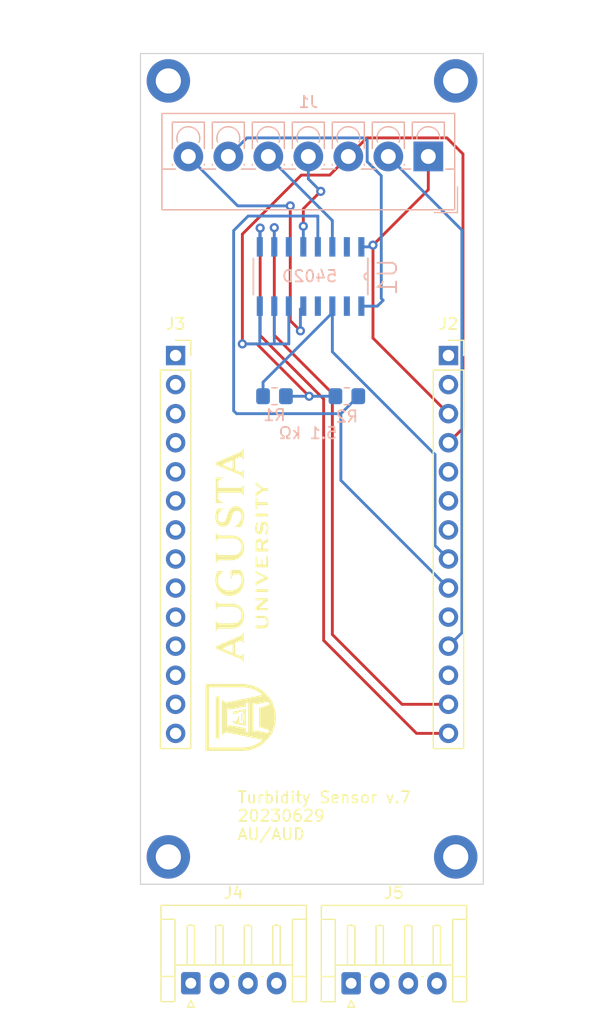
<source format=kicad_pcb>
(kicad_pcb (version 20221018) (generator pcbnew)
  (title_block (title "Turbidity Sensor PCB") (date "2023-06-29") (rev "7") (company "AU/AUD"))
  (layers (0 "F.Cu" signal) (31 "B.Cu" signal) (34 "B.Paste" user) (35 "F.Paste" user) (36 "B.SilkS" user "B.Silkscreen") (37 "F.SilkS" user "F.Silkscreen") (38 "B.Mask" user) (39 "F.Mask" user) (44 "Edge.Cuts" user))
  (net 0 "")
  (net 1 "/3.3V")
  (net 2 "/LED")
  (net 3 "/GND")
  (net 4 "Net-(J1-Pin_4)")
  (net 5 "Net-(J1-Pin_5)")
  (net 6 "Net-(J1-Pin_6)")
  (net 7 "Net-(J1-Pin_7)")
  (net 13 "/SCL")
  (net 14 "/SDA")
  (net 17 "/D7")
  (net 18 "/D6")
  (footprint "MountingHole:MountingHole_2.2mm_M2_DIN965_Pad" (layer "F.Cu") (at 135.001 127.889)
    (fp_text reference "REF**" hide)
    (fp_text value "MountingHole_2.2mm_M2_DIN965_Pad" hide)
  )
  (footprint "Connector_JST:JST_EH_S4B-EH_1x04_P2.50mm_Horizontal" (layer "F.Cu") (at 136.966 138.9305)
    (fp_text reference "J4")
    (fp_text value "Conn_01x04")
  )
  (footprint "Connector_PinSocket_2.54mm:PinSocket_1x14_P2.54mm_Vertical" (layer "F.Cu") (at 159.512 84.074)
    (fp_text reference "J2")
    (fp_text value "Conn_01x14_Pin" hide)
  )
  (footprint "MountingHole:MountingHole_2.2mm_M2_DIN965_Pad" (layer "F.Cu") (at 160.147 60.071)
    (fp_text reference "REF**" hide)
    (fp_text value "MountingHole_2.2mm_M2_DIN965_Pad" hide)
  )
  (footprint "Connector_JST:JST_EH_S4B-EH_1x04_P2.50mm_Horizontal" (layer "F.Cu") (at 150.996 138.938)
    (fp_text reference "J5")
    (fp_text value "Conn_01x04")
  )
  (footprint "MountingHole:MountingHole_2.2mm_M2_DIN965_Pad" (layer "F.Cu") (at 135.001 60.071)
    (fp_text reference "REF**" hide)
    (fp_text value "MountingHole_2.2mm_M2_DIN965_Pad" hide)
  )
  (footprint "MountingHole:MountingHole_2.2mm_M2_DIN965_Pad" (layer "F.Cu") (at 160.147 127.889)
    (fp_text reference "REF**" hide)
    (fp_text value "MountingHole_2.2mm_M2_DIN965_Pad" hide)
  )
  (footprint "Connector_PinSocket_2.54mm:PinSocket_1x14_P2.54mm_Vertical" (layer "F.Cu") (at 135.636 84.074)
    (fp_text reference "J3")
    (fp_text value "Conn_01x14_Pin" hide)
  )
  (footprint "Resistor_SMD:R_0805_2012Metric_Pad1.20x1.40mm_HandSolder" (layer "B.Cu") (at 150.622 87.63 180)
    (fp_text reference "R2")
    (fp_text value "5.1 kΩ" hide)
  )
  (footprint "Project:74HC4052D" (layer "B.Cu") (at 147.447 77.1652 90)
    (fp_text reference "U1")
    (fp_text value "74HC4052D" hide)
  )
  (footprint "Resistor_SMD:R_0805_2012Metric_Pad1.20x1.40mm_HandSolder" (layer "B.Cu") (at 144.288 87.63)
    (fp_text reference "R1")
    (fp_text value "5.1 kΩ" hide)
  )
  (footprint "TerminalBlock_4Ucon:TerminalBlock_4Ucon_1x07_P3.50mm_Vertical" (layer "B.Cu") (at 157.749 66.675 180)
    (fp_text reference "J1")
    (fp_text value "Screw_Terminal_01x07" hide)
  )
  (gr_poly (pts (xy 139.460287 113.825827) (xy 139.460287 117.572327) (xy 139.153105 117.508827) (xy 139.153105 113.889327)) (fill solid) (layer "F.SilkS"))
  (gr_poly (pts (xy 141.370843 108.527546) (xy 141.583568 108.283071) (xy 141.593887 108.283071) (xy 141.593887 109.224459) (xy 141.583568 109.224459) (xy 141.370843 108.980778) (xy 140.844586 109.196678) (xy 140.844586 110.133302) (xy 141.370843 110.349203) (xy 141.583568 110.106315) (xy 141.593887 110.106315) (xy 141.593887 110.847678) (xy 141.583568 110.847678) (xy 141.370843 110.609552) (xy 140.621543 110.298619) (xy 140.621543 110.044402) (xy 140.621543 109.298277) (xy 139.732543 109.678483) (xy 140.621543 110.044402) (xy 140.621543 110.298619) (xy 139.153899 109.689597) (xy 139.153899 109.484016)) (fill solid) (layer "F.SilkS"))
  (gr_poly (pts (xy 141.370843 92.462047) (xy 141.583568 92.218366) (xy 141.593887 92.218366) (xy 141.593887 93.159754) (xy 141.583568 93.159754) (xy 141.370843 92.916071) (xy 140.844586 93.131973) (xy 140.844586 94.06939) (xy 141.370843 94.28529) (xy 141.583568 94.041609) (xy 141.593887 94.041609) (xy 141.593887 94.78059) (xy 141.583568 94.78059) (xy 141.370843 94.542464) (xy 140.621543 94.231799) (xy 140.621543 93.978902) (xy 140.621543 93.232777) (xy 139.732543 93.612984) (xy 140.621543 93.978902) (xy 140.621543 94.231799) (xy 139.153899 93.623304) (xy 139.153899 93.417723)) (fill solid) (layer "F.SilkS"))
  (gr_poly (pts (xy 143.726693 97.884944) (xy 143.726693 98.136563) (xy 142.640843 98.136563) (xy 142.640843 97.884944)) (fill solid) (layer "F.SilkS"))
  (gr_poly (pts (xy 142.796418 96.51811) (xy 142.796418 96.893554) (xy 143.726693 96.893554) (xy 143.726693 97.142791) (xy 142.796418 97.142791) (xy 142.796418 97.512677) (xy 142.637668 97.512677) (xy 142.637668 96.51811)) (fill solid) (layer "F.SilkS"))
  (gr_poly (pts (xy 141.366749 115.568541) (xy 141.368462 115.542224) (xy 141.370435 115.517039) (xy 141.372678 115.493087) (xy 141.375201 115.47047) (xy 141.378011 115.44929) (xy 141.38112 115.429646) (xy 141.384535 115.411641) (xy 141.388267 115.395375) (xy 141.392324 115.38095) (xy 141.394477 115.374459) (xy 141.396716 115.368466) (xy 141.39904 115.362984) (xy 141.401452 115.358026) (xy 141.403952 115.353603) (xy 141.406542 115.349729) (xy 141.409222 115.346416) (xy 141.411994 115.343678) (xy 141.414859 115.341525) (xy 141.417818 115.339973) (xy 141.420873 115.339032) (xy 141.424024 115.338715) (xy 141.427205 115.339177) (xy 141.430344 115.340547) (xy 141.436484 115.345932) (xy 141.442412 115.3547) (xy 141.448097 115.366682) (xy 141.453508 115.381712) (xy 141.458613 115.399618) (xy 141.46338 115.420234) (xy 141.46778 115.443391) (xy 141.471779 115.468919) (xy 141.475347 115.496651) (xy 141.481062 115.558051) (xy 141.484676 115.62624) (xy 141.485937 115.699871) (xy 141.485546 115.737283) (xy 141.484416 115.773502) (xy 141.482604 115.808362) (xy 141.480169 115.841692) (xy 141.477173 115.873325) (xy 141.473672 115.903091) (xy 141.469728 115.930823) (xy 141.465398 115.956352) (xy 141.460743 115.979508) (xy 141.455822 116.000124) (xy 141.450694 116.018031) (xy 141.445418 116.03306) (xy 141.442744 116.039443) (xy 141.440054 116.045043) (xy 141.437357 116.049839) (xy 141.434661 116.053811) (xy 141.431972 116.056937) (xy 141.429298 116.059195) (xy 141.426646 116.060566) (xy 141.424024 116.061028) (xy 141.421434 116.060711) (xy 141.418874 116.05977) (xy 141.41385 116.056065) (xy 141.408968 116.050014) (xy 141.404242 116.041717) (xy 141.399689 116.031276) (xy 141.395324 116.018793) (xy 141.39116 116.004368) (xy 141.387214 115.988102) (xy 141.3835 115.970096) (xy 141.380034 115.950453) (xy 141.373906 115.906655) (xy 141.36895 115.857519) (xy 141.365287 115.803852) (xy 141.372465 115.799888) (xy 141.379292 115.795474) (xy 141.385751 115.790634) (xy 141.391829 115.785392) (xy 141.39751 115.779772) (xy 141.40278 115.773798) (xy 141.407623 115.767494) (xy 141.412025 115.760884) (xy 141.415971 115.753992) (xy 141.419447 115.746843) (xy 141.422436 115.739459) (xy 141.424926 115.731865) (xy 141.426899 115.724086) (xy 141.428343 115.716144) (xy 141.429242 115.708064) (xy 141.42958 115.699871) (xy 141.429482 115.695762) (xy 141.429242 115.691678) (xy 141.428861 115.687622) (xy 141.428343 115.683598) (xy 141.427688 115.679609) (xy 141.426899 115.675657) (xy 141.425978 115.671745) (xy 141.424926 115.667877) (xy 141.423744 115.664056) (xy 141.422436 115.660283) (xy 141.421003 115.656564) (xy 141.419447 115.6529) (xy 141.417769 115.649294) (xy 141.415971 115.64575) (xy 141.414056 115.64227) (xy 141.412025 115.638858) (xy 141.40988 115.635517) (xy 141.407623 115.632249) (xy 141.405256 115.629057) (xy 141.40278 115.625945) (xy 141.400197 115.622915) (xy 141.39751 115.619971) (xy 141.39472 115.617115) (xy 141.391829 115.614351) (xy 141.388839 115.611681) (xy 141.385751 115.609109) (xy 141.382568 115.606637) (xy 141.379292 115.604269) (xy 141.375923 115.602007) (xy 141.372465 115.599854) (xy 141.368919 115.597815) (xy 141.365287 115.59589)) (fill solid) (layer "F.SilkS"))
  (gr_poly (pts (xy 142.604274 99.115669) (xy 142.606294 99.079533) (xy 142.609665 99.043562) (xy 142.614379 99.007793) (xy 142.620425 98.972262) (xy 142.627793 98.937007) (xy 142.636473 98.902064) (xy 142.646456 98.867471) (xy 142.657731 98.833265) (xy 142.670289 98.799482) (xy 142.684119 98.766159) (xy 142.699212 98.733334) (xy 142.715558 98.701044) (xy 142.733146 98.669325) (xy 142.751967 98.638215) (xy 142.882143 98.729498) (xy 142.867185 98.755844) (xy 142.853127 98.782617) (xy 142.839974 98.809791) (xy 142.827733 98.837345) (xy 142.816411 98.865254) (xy 142.806014 98.893496) (xy 142.796548 98.922048) (xy 142.788021 98.950885) (xy 142.780438 98.979984) (xy 142.773806 99.009323) (xy 142.768132 99.038878) (xy 142.763421 99.068626) (xy 142.759681 99.098543) (xy 142.756918 99.128607) (xy 142.755139 99.158793) (xy 142.754349 99.189079) (xy 142.754585 99.211118) (xy 142.75538 99.233606) (xy 142.756866 99.256285) (xy 142.759174 99.278896) (xy 142.762435 99.301182) (xy 142.766781 99.322884) (xy 142.772343 99.343745) (xy 142.779253 99.363505) (xy 142.787642 99.381907) (xy 142.792432 99.390519) (xy 142.797641 99.398694) (xy 142.803285 99.4064) (xy 142.809382 99.413605) (xy 142.815947 99.420278) (xy 142.822996 99.426385) (xy 142.830546 99.431894) (xy 142.838615 99.436774) (xy 142.847217 99.440991) (xy 142.856369 99.444514) (xy 142.866088 99.44731) (xy 142.876391 99.449347) (xy 142.887293 99.450593) (xy 142.898811 99.451016) (xy 142.910276 99.450405) (xy 142.921021 99.448604) (xy 142.931073 99.445661) (xy 142.940459 99.441622) (xy 142.949202 99.436536) (xy 142.957329 99.430448) (xy 142.964865 99.423406) (xy 142.971837 99.415458) (xy 142.978268 99.406651) (xy 142.984186 99.397031) (xy 142.989616 99.386647) (xy 142.994582 99.375546) (xy 142.999112 99.363774) (xy 143.00323 99.351379) (xy 143.006962 99.338408) (xy 143.010333 99.324908) (xy 143.016097 99.296512) (xy 143.020727 99.266569) (xy 143.024426 99.235456) (xy 143.027399 99.203551) (xy 143.03613 99.075572) (xy 143.039456 99.033895) (xy 143.043947 98.991073) (xy 143.049856 98.947635) (xy 143.057437 98.90411) (xy 143.066944 98.861027) (xy 143.07863 98.818914) (xy 143.092748 98.778301) (xy 143.109552 98.739717) (xy 143.129295 98.703692) (xy 143.140348 98.686803) (xy 143.152231 98.670753) (xy 143.164976 98.655606) (xy 143.178614 98.64143) (xy 143.193177 98.62829) (xy 143.208696 98.616252) (xy 143.225204 98.605383) (xy 143.242732 98.595749) (xy 143.261311 98.587415) (xy 143.280974 98.580448) (xy 143.301752 98.574915) (xy 143.323676 98.57088) (xy 143.346779 98.568411) (xy 143.371093 98.567573) (xy 143.398178 98.568471) (xy 143.424085 98.57112) (xy 143.448833 98.575452) (xy 143.472444 98.5814) (xy 143.49494 98.588896) (xy 143.516339 98.597873) (xy 143.536665 98.608263) (xy 143.555937 98.619998) (xy 143.574177 98.633011) (xy 143.591405 98.647234) (xy 143.607642 98.6626) (xy 143.62291 98.679041) (xy 143.637229 98.696489) (xy 143.65062 98.714878) (xy 143.663104 98.734138) (xy 143.674702 98.754204) (xy 143.685435 98.775006) (xy 143.695324 98.796478) (xy 143.70439 98.818552) (xy 143.712653 98.841161) (xy 143.720135 98.864236) (xy 143.726857 98.887711) (xy 143.738103 98.935588) (xy 143.746558 98.98425) (xy 143.75239 99.033158) (xy 143.755767 99.08177) (xy 143.756855 99.129547) (xy 143.756775 99.171069) (xy 143.754953 99.212422) (xy 143.751408 99.253553) (xy 143.746154 99.294411) (xy 143.73921 99.334945) (xy 143.730592 99.375103) (xy 143.720317 99.414834) (xy 143.708402 99.454087) (xy 143.694862 99.492809) (xy 143.679716 99.53095) (xy 143.66298 99.568458) (xy 143.644671 99.605281) (xy 143.624805 99.641369) (xy 143.603399 99.67667) (xy 143.580471 99.711132) (xy 143.556037 99.744704) (xy 143.428243 99.639135) (xy 143.4494 99.612101) (xy 143.469304 99.584272) (xy 143.487941 99.555691) (xy 143.505293 99.526403) (xy 143.521346 99.496452) (xy 143.536083 99.465882) (xy 143.549489 99.434737) (xy 143.561548 99.403063) (xy 143.572244 99.370903) (xy 143.581562 99.338301) (xy 143.589484 99.305302) (xy 143.595997 99.27195) (xy 143.601084 99.238289) (xy 143.604729 99.204364) (xy 143.606916 99.170219) (xy 143.607631 99.135898) (xy 143.607187 99.101617) (xy 143.605795 99.068519) (xy 143.603361 99.036747) (xy 143.599792 99.006443) (xy 143.594996 98.977747) (xy 143.588878 98.950803) (xy 143.581347 98.925751) (xy 143.572308 98.902734) (xy 143.56167 98.881894) (xy 143.555722 98.872335) (xy 143.549339 98.863373) (xy 143.54251 98.855026) (xy 143.535222 98.847311) (xy 143.527465 98.840248) (xy 143.519226 98.833852) (xy 143.510495 98.828143) (xy 143.501259 98.823137) (xy 143.491506 98.818853) (xy 143.481226 98.815308) (xy 143.470406 98.81252) (xy 143.459035 98.810506) (xy 143.447101 98.809285) (xy 143.434593 98.808874) (xy 143.422187 98.809375) (xy 143.41055 98.810857) (xy 143.399657 98.813285) (xy 143.389481 98.816627) (xy 143.379996 98.820848) (xy 143.371176 98.825915) (xy 143.362996 98.831795) (xy 143.355429 98.838454) (xy 143.348449 98.845857) (xy 143.34203 98.853973) (xy 143.336146 98.862767) (xy 143.330771 98.872205) (xy 143.32588 98.882254) (xy 143.321445 98.892881) (xy 143.317442 98.904052) (xy 143.313844 98.915732) (xy 143.310624 98.92789) (xy 143.307758 98.940491) (xy 143.305219 98.953501) (xy 143.302981 98.966887) (xy 143.299303 98.994654) (xy 143.296518 99.023521) (xy 143.294415 99.053221) (xy 143.292789 99.083485) (xy 143.29013 99.14463) (xy 143.287539 99.187772) (xy 143.283501 99.232555) (xy 143.277817 99.278368) (xy 143.270286 99.3246) (xy 143.26071 99.370642) (xy 143.248886 99.415883) (xy 143.234617 99.459712) (xy 143.217701 99.501519) (xy 143.197938 99.540694) (xy 143.186927 99.559104) (xy 143.175129 99.576626) (xy 143.16252 99.593185) (xy 143.149074 99.608705) (xy 143.134767 99.623109) (xy 143.119573 99.63632) (xy 143.103468 99.648263) (xy 143.086426 99.658861) (xy 143.068422 99.668038) (xy 143.049432 99.675718) (xy 143.02943 99.681823) (xy 143.008392 99.686279) (xy 142.986292 99.689008) (xy 142.963105 99.689935) (xy 142.938192 99.689163) (xy 142.91434 99.686883) (xy 142.891532 99.683149) (xy 142.86975 99.678017) (xy 142.848975 99.67154) (xy 142.829191 99.663774) (xy 142.81038 99.654773) (xy 142.792523 99.644592) (xy 142.775604 99.633286) (xy 142.759604 99.620908) (xy 142.744506 99.607515) (xy 142.730292 99.593159) (xy 142.716944 99.577897) (xy 142.704444 99.561783) (xy 142.692775 99.544871) (xy 142.681919 99.527216) (xy 142.671859 99.508873) (xy 142.662576 99.489896) (xy 142.654053 99.47034) (xy 142.646272 99.450259) (xy 142.639215 99.429709) (xy 142.632865 99.408744) (xy 142.627204 99.387418) (xy 142.622215 99.365787) (xy 142.614177 99.321825) (xy 142.608612 99.277296) (xy 142.605377 99.232637) (xy 142.60433 99.188285) (xy 142.603616 99.151931)) (fill solid) (layer "F.SilkS"))
  (gr_poly (pts (xy 143.286161 107.661565) (xy 143.319604 107.660459) (xy 143.351968 107.657114) (xy 143.383104 107.651482) (xy 143.398165 107.647795) (xy 143.412864 107.643519) (xy 143.427181 107.638649) (xy 143.441098 107.63318) (xy 143.454596 107.627105) (xy 143.467657 107.620418) (xy 143.480263 107.613115) (xy 143.492394 107.60519) (xy 143.504032 107.596636) (xy 143.515158 107.587448) (xy 143.525755 107.577621) (xy 143.535802 107.567149) (xy 143.545282 107.556026) (xy 143.554176 107.544247) (xy 143.562466 107.531805) (xy 143.570132 107.518695) (xy 143.577156 107.504912) (xy 143.58352 107.49045) (xy 143.589205 107.475303) (xy 143.594192 107.459465) (xy 143.598464 107.442932) (xy 143.602 107.425696) (xy 143.604783 107.407753) (xy 143.606793 107.389096) (xy 143.608013 107.369721) (xy 143.608424 107.349622) (xy 143.60802 107.327151) (xy 143.606818 107.305572) (xy 143.604835 107.284871) (xy 143.602088 107.265038) (xy 143.598593 107.24606) (xy 143.594365 107.227927) (xy 143.589422 107.210626) (xy 143.583781 107.194146) (xy 143.577457 107.178475) (xy 143.570466 107.163602) (xy 143.562826 107.149515) (xy 143.554553 107.136202) (xy 143.545663 107.123653) (xy 143.536173 107.111854) (xy 143.526098 107.100794) (xy 143.515456 107.090463) (xy 143.504263 107.080847) (xy 143.492535 107.071937) (xy 143.480289 107.063719) (xy 143.467541 107.056183) (xy 143.454308 107.049316) (xy 143.440606 107.043108) (xy 143.426451 107.037546) (xy 143.41186 107.032618) (xy 143.396849 107.028314) (xy 143.381435 107.024622) (xy 143.349462 107.019025) (xy 143.316073 107.015736) (xy 143.281399 107.01466) (xy 142.640843 107.01466) (xy 142.640843 106.833684) (xy 143.30283 106.833684) (xy 143.325618 106.832696) (xy 143.348301 106.832971) (xy 143.370831 106.834489) (xy 143.393161 106.837232) (xy 143.415244 106.841183) (xy 143.437032 106.846323) (xy 143.458478 106.852634) (xy 143.479535 106.860097) (xy 143.500154 106.868694) (xy 143.520289 106.878408) (xy 143.539892 106.889218) (xy 143.558915 106.901109) (xy 143.577312 106.91406) (xy 143.595034 106.928054) (xy 143.612035 106.943072) (xy 143.628267 106.959096) (xy 143.645787 106.980926) (xy 143.662158 107.003486) (xy 143.677367 107.026729) (xy 143.691396 107.05061) (xy 143.704233 107.075083) (xy 143.715862 107.100102) (xy 143.726267 107.125622) (xy 143.735435 107.151597) (xy 143.743349 107.17798) (xy 143.749996 107.204726) (xy 143.75536 107.231789) (xy 143.759425 107.259123) (xy 143.762179 107.286684) (xy 143.763604 107.314423) (xy 143.763687 107.342297) (xy 143.762412 107.370259) (xy 143.763866 107.398342) (xy 143.764023 107.426357) (xy 143.762894 107.45426) (xy 143.760492 107.482011) (xy 143.75683 107.509566) (xy 143.751921 107.536884) (xy 143.745777 107.563923) (xy 143.738411 107.590641) (xy 143.729835 107.616996) (xy 143.720063 107.642945) (xy 143.709106 107.668446) (xy 143.696977 107.693458) (xy 143.683689 107.717939) (xy 143.669255 107.741846) (xy 143.653688 107.765137) (xy 143.636999 107.787771) (xy 143.620662 107.804572) (xy 143.60346 107.820263) (xy 143.58545 107.834823) (xy 143.566687 107.848232) (xy 143.54723 107.860467) (xy 143.527135 107.871509) (xy 143.506459 107.881335) (xy 143.485259 107.889925) (xy 143.463592 107.897257) (xy 143.441514 107.903311) (xy 143.419084 107.908065) (xy 143.396357 107.911498) (xy 143.373391 107.913588) (xy 143.350242 107.914316) (xy 143.326967 107.913659) (xy 143.303624 107.911596) (xy 142.640843 107.911596) (xy 142.640843 107.661565)) (fill solid) (layer "F.SilkS"))
  (gr_poly (pts (xy 143.726693 104.491328) (xy 143.726693 104.742946) (xy 142.640843 104.742946) (xy 142.640843 104.491328)) (fill solid) (layer "F.SilkS"))
  (gr_poly (pts (xy 139.117798 103.68951) (xy 139.120162 103.63628) (xy 139.123682 103.583152) (xy 139.128352 103.530143) (xy 139.134171 103.477274) (xy 139.141135 103.424562) (xy 139.14924 103.372026) (xy 139.158482 103.319685) (xy 139.168859 103.267556) (xy 139.180366 103.215659) (xy 139.193001 103.164013) (xy 139.20676 103.112634) (xy 139.221638 103.061543) (xy 139.237634 103.010758) (xy 139.254743 102.960297) (xy 139.272962 102.910179) (xy 139.272962 102.910178) (xy 139.828587 102.910178) (xy 139.828587 102.920497) (xy 139.757092 102.976946) (xy 139.692696 103.032607) (xy 139.635055 103.087512) (xy 139.583826 103.141693) (xy 139.538667 103.195181) (xy 139.499235 103.248008) (xy 139.465185 103.300204) (xy 139.436176 103.351801) (xy 139.411865 103.402831) (xy 139.391908 103.453325) (xy 139.375962 103.503315) (xy 139.363685 103.552831) (xy 139.354733 103.601905) (xy 139.348763 103.650569) (xy 139.345433 103.698854) (xy 139.344399 103.746791) (xy 139.345617 103.795318) (xy 139.349239 103.842798) (xy 139.355219 103.8892) (xy 139.36351 103.93449) (xy 139.374065 103.978637) (xy 139.386838 104.021608) (xy 139.401782 104.06337) (xy 139.41885 104.103892) (xy 139.437997 104.14314) (xy 139.459174 104.181083) (xy 139.482336 104.217688) (xy 139.507436 104.252923) (xy 139.534427 104.286755) (xy 139.563262 104.319151) (xy 139.593895 104.35008) (xy 139.62628 104.379509) (xy 139.660369 104.407405) (xy 139.696115 104.433737) (xy 139.733474 104.458471) (xy 139.772396 104.481576) (xy 139.812837 104.503018) (xy 139.854749 104.522766) (xy 139.898085 104.540787) (xy 139.9428 104.557049) (xy 139.988846 104.571518) (xy 140.036176 104.584164) (xy 140.084745 104.594953) (xy 140.134504 104.603853) (xy 140.185409 104.610832) (xy 140.237411 104.615857) (xy 140.290465 104.618896) (xy 140.344524 104.619916) (xy 140.389768 104.619916) (xy 140.445762 104.618762) (xy 140.500608 104.615333) (xy 140.554265 104.60968) (xy 140.606691 104.601854) (xy 140.657845 104.591905) (xy 140.707686 104.579884) (xy 140.756172 104.565842) (xy 140.803262 104.54983) (xy 140.848915 104.531899) (xy 140.89309 104.512098) (xy 140.935745 104.490479) (xy 140.976839 104.467093) (xy 141.016331 104.44199) (xy 141.054179 104.415221) (xy 141.090343 104.386836) (xy 141.12478 104.356887) (xy 141.157451 104.325424) (xy 141.188312 104.292498) (xy 141.217324 104.25816) (xy 141.244444 104.22246) (xy 141.269632 104.185449) (xy 141.292847 104.147177) (xy 141.314046 104.107696) (xy 141.333189 104.067057) (xy 141.350235 104.025309) (xy 141.365142 103.982504) (xy 141.377868 103.938692) (xy 141.388374 103.893925) (xy 141.396616 103.848252) (xy 141.402555 103.801725) (xy 141.406148 103.754394) (xy 141.407355 103.70631) (xy 141.407492 103.68361) (xy 141.407017 103.660944) (xy 141.405933 103.638324) (xy 141.404242 103.615761) (xy 141.401947 103.593267) (xy 141.399051 103.570856) (xy 141.395554 103.548538) (xy 141.391461 103.526326) (xy 141.386773 103.504232) (xy 141.381493 103.482268) (xy 141.375622 103.460446) (xy 141.369164 103.438777) (xy 141.362121 103.417275) (xy 141.354496 103.395951) (xy 141.346289 103.374817) (xy 141.337505 103.353885) (xy 141.328064 103.332612) (xy 141.323163 103.322642) (xy 141.318123 103.313107) (xy 141.312931 103.304001) (xy 141.307573 103.295317) (xy 141.302036 103.287047) (xy 141.296305 103.279185) (xy 141.290367 103.271725) (xy 141.284208 103.264659) (xy 141.277815 103.25798) (xy 141.271174 103.251682) (xy 141.264272 103.245757) (xy 141.257094 103.2402) (xy 141.249628 103.235003) (xy 141.241858 103.230159) (xy 141.233773 103.225661) (xy 141.225357 103.221504) (xy 141.216598 103.217679) (xy 141.207482 103.21418) (xy 141.197995 103.211) (xy 141.188123 103.208133) (xy 141.177853 103.205571) (xy 141.167171 103.203308) (xy 141.156064 103.201336) (xy 141.144517 103.19965) (xy 141.132518 103.198242) (xy 141.120052 103.197105) (xy 141.093665 103.195618) (xy 141.065249 103.195135) (xy 140.681074 103.195135) (xy 140.461205 103.638047) (xy 140.450887 103.638047) (xy 140.450887 102.79826) (xy 141.308137 102.79826) (xy 141.344761 102.849631) (xy 141.379256 102.902253) (xy 141.411597 102.956058) (xy 141.441761 103.010978) (xy 141.469726 103.066946) (xy 141.495469 103.123896) (xy 141.518967 103.181758) (xy 141.540197 103.240467) (xy 141.559136 103.299954) (xy 141.575761 103.360152) (xy 141.590049 103.420995) (xy 141.601977 103.482413) (xy 141.611523 103.544341) (xy 141.618664 103.60671) (xy 141.623376 103.669453) (xy 141.625637 103.732502) (xy 141.624283 103.799834) (xy 141.620239 103.866479) (xy 141.613532 103.932343) (xy 141.604187 103.997332) (xy 141.59223 104.061348) (xy 141.577688 104.124298) (xy 141.560587 104.186086) (xy 141.540953 104.246618) (xy 141.518813 104.305796) (xy 141.494191 104.363528) (xy 141.467115 104.419717) (xy 141.437611 104.474267) (xy 141.405704 104.527085) (xy 141.371422 104.578075) (xy 141.334789 104.627141) (xy 141.295833 104.674189) (xy 141.25458 104.719123) (xy 141.211055 104.761847) (xy 141.165285 104.802268) (xy 141.117295 104.840289) (xy 141.067113 104.875815) (xy 141.014764 104.908752) (xy 140.960275 104.939004) (xy 140.903671 104.966475) (xy 140.844979 104.991071) (xy 140.784225 105.012697) (xy 140.721435 105.031256) (xy 140.656635 105.046655) (xy 140.589852 105.058797) (xy 140.521111 105.067588) (xy 140.450439 105.072933) (xy 140.377861 105.074735) (xy 140.346905 105.074735) (xy 140.277102 105.072913) (xy 140.208953 105.067512) (xy 140.142497 105.058635) (xy 140.07777 105.046382) (xy 140.014808 105.030854) (xy 139.953648 105.012152) (xy 139.894328 104.990378) (xy 139.836884 104.965632) (xy 139.781352 104.938015) (xy 139.72777 104.907628) (xy 139.676174 104.874573) (xy 139.6266 104.83895) (xy 139.579087 104.80086) (xy 139.53367 104.760404) (xy 139.490387 104.717684) (xy 139.449273 104.6728) (xy 139.410367 104.625854) (xy 139.373704 104.576945) (xy 139.339321 104.526177) (xy 139.307256 104.473648) (xy 139.277544 104.419461) (xy 139.250223 104.363716) (xy 139.22533 104.306515) (xy 139.202901 104.247958) (xy 139.182973 104.188147) (xy 139.165582 104.127182) (xy 139.150766 104.065164) (xy 139.138562 104.002195) (xy 139.129006 103.938376) (xy 139.122134 103.873806) (xy 139.117984 103.808589) (xy 139.116593 103.742824)) (fill solid) (layer "F.SilkS"))
  (gr_poly (pts (xy 143.355218 105.466848) (xy 142.640843 105.466848) (xy 142.640843 105.285872) (xy 143.726693 105.285872) (xy 143.726693 105.500977) (xy 142.932943 106.146297) (xy 143.726693 106.146297) (xy 143.726693 106.327272) (xy 142.640843 106.327272) (xy 142.640843 106.047078)) (fill solid) (layer "F.SilkS"))
  (gr_poly (pts (xy 139.117619 98.166359) (xy 139.120522 98.116872) (xy 139.124505 98.067495) (xy 139.129565 98.018247) (xy 139.135698 97.969145) (xy 139.1429 97.920206) (xy 139.151169 97.871447) (xy 139.160499 97.822887) (xy 139.170888 97.774541) (xy 139.182333 97.726429) (xy 139.194829 97.678567) (xy 139.208373 97.630973) (xy 139.222962 97.583664) (xy 139.238592 97.536657) (xy 139.25526 97.489971) (xy 139.272962 97.443621) (xy 139.828587 97.443621) (xy 139.828587 97.453942) (xy 139.773181 97.493893) (xy 139.720727 97.535131) (xy 139.671309 97.577601) (xy 139.625015 97.62125) (xy 139.581929 97.666024) (xy 139.542139 97.71187) (xy 139.50573 97.758735) (xy 139.472788 97.806565) (xy 139.4434 97.855307) (xy 139.41765 97.904906) (xy 139.395627 97.955311) (xy 139.386039 97.980798) (xy 139.377414 98.006466) (xy 139.369764 98.032308) (xy 139.363099 98.058319) (xy 139.35743 98.08449) (xy 139.352768 98.110816) (xy 139.349123 98.137289) (xy 139.346506 98.163903) (xy 139.344928 98.190652) (xy 139.344399 98.217528) (xy 139.344964 98.247611) (xy 139.346628 98.276409) (xy 139.349346 98.303944) (xy 139.353075 98.330236) (xy 139.357768 98.355309) (xy 139.363382 98.379182) (xy 139.369871 98.401879) (xy 139.377191 98.42342) (xy 139.385297 98.443828) (xy 139.394144 98.463123) (xy 139.403688 98.481329) (xy 139.413883 98.498465) (xy 139.424686 98.514555) (xy 139.43605 98.529619) (xy 139.447932 98.543679) (xy 139.460287 98.556758) (xy 139.473069 98.568875) (xy 139.486235 98.580055) (xy 139.499739 98.590317) (xy 139.513536 98.599683) (xy 139.541833 98.615817) (xy 139.570767 98.628629) (xy 139.59998 98.638292) (xy 139.629114 98.644979) (xy 139.65781 98.648865) (xy 139.685712 98.650122) (xy 139.703174 98.650122) (xy 139.725057 98.649481) (xy 139.746075 98.64757) (xy 139.766259 98.64441) (xy 139.785636 98.640018) (xy 139.804236 98.634415) (xy 139.822087 98.627618) (xy 139.839219 98.619647) (xy 139.855661 98.610521) (xy 139.871441 98.600259) (xy 139.886588 98.58888) (xy 139.901132 98.576404) (xy 139.915101 98.562848) (xy 139.928524 98.548233) (xy 139.94143 98.532576) (xy 139.953847 98.515898) (xy 139.965806 98.498218) (xy 139.977335 98.479554) (xy 139.988462 98.459925) (xy 139.999217 98.43935) (xy 140.009628 98.417849) (xy 140.029537 98.372144) (xy 140.048418 98.322961) (xy 140.066504 98.270452) (xy 140.084027 98.21477) (xy 140.101217 98.156068) (xy 140.118305 98.094497) (xy 140.146068 97.995339) (xy 140.175914 97.901829) (xy 140.208049 97.814069) (xy 140.242676 97.732163) (xy 140.280001 97.656216) (xy 140.320228 97.586329) (xy 140.363562 97.522608) (xy 140.410207 97.465154) (xy 140.434835 97.43881) (xy 140.460368 97.414072) (xy 140.486831 97.390953) (xy 140.51425 97.369466) (xy 140.54265 97.349623) (xy 140.572058 97.331438) (xy 140.602497 97.314923) (xy 140.633995 97.300092) (xy 140.666576 97.286957) (xy 140.700267 97.275531) (xy 140.735092 97.265828) (xy 140.771078 97.25786) (xy 140.80825 97.251641) (xy 140.846633 97.247182) (xy 140.886254 97.244497) (xy 140.927137 97.243599) (xy 140.948568 97.243599) (xy 140.982443 97.244528) (xy 141.016021 97.247307) (xy 141.049251 97.251927) (xy 141.082081 97.258378) (xy 141.11446 97.266651) (xy 141.146338 97.276735) (xy 141.177663 97.288621) (xy 141.208385 97.302299) (xy 141.238452 97.31776) (xy 141.267813 97.334993) (xy 141.296418 97.35399) (xy 141.324215 97.374739) (xy 141.351153 97.397233) (xy 141.377182 97.421459) (xy 141.40225 97.44741) (xy 141.426306 97.475075) (xy 141.4493 97.504445) (xy 141.47118 97.53551) (xy 141.491895 97.568259) (xy 141.511394 97.602684) (xy 141.529626 97.638775) (xy 141.546541 97.676521) (xy 141.562087 97.715914) (xy 141.576213 97.756943) (xy 141.588869 97.799598) (xy 141.600002 97.84387) (xy 141.609562 97.88975) (xy 141.617499 97.937227) (xy 141.623761 97.986292) (xy 141.628297 98.036935) (xy 141.631056 98.089145) (xy 141.631987 98.142915) (xy 141.630505 98.197963) (xy 141.626196 98.254316) (xy 141.619267 98.311752) (xy 141.609923 98.370051) (xy 141.598369 98.428992) (xy 141.584813 98.488354) (xy 141.569458 98.547916) (xy 141.552512 98.607457) (xy 141.514668 98.725592) (xy 141.472927 98.840993) (xy 141.428934 98.951892) (xy 141.384337 99.056522) (xy 140.768387 99.056522) (xy 140.768387 99.046202) (xy 140.83922 98.993249) (xy 140.906656 98.940292) (xy 140.970531 98.887233) (xy 141.030684 98.833974) (xy 141.086953 98.780416) (xy 141.139178 98.726464) (xy 141.187196 98.672018) (xy 141.230845 98.616982) (xy 141.269965 98.561257) (xy 141.304393 98.504746) (xy 141.333967 98.447352) (xy 141.346884 98.418293) (xy 141.358527 98.388976) (xy 141.368876 98.35939) (xy 141.377911 98.329522) (xy 141.385611 98.299359) (xy 141.391956 98.26889) (xy 141.396927 98.238103) (xy 141.400502 98.206984) (xy 141.402662 98.175523) (xy 141.403387 98.143707) (xy 141.402891 98.113444) (xy 141.401421 98.084122) (xy 141.399001 98.055741) (xy 141.395658 98.028305) (xy 141.391417 98.001813) (xy 141.386303 97.976267) (xy 141.380342 97.951668) (xy 141.373559 97.928018) (xy 141.365979 97.905318) (xy 141.357629 97.883569) (xy 141.348532 97.862773) (xy 141.338716 97.842931) (xy 141.328205 97.824043) (xy 141.317025 97.806113) (xy 141.3052 97.78914) (xy 141.292758 97.773126) (xy 141.279722 97.758073) (xy 141.266119 97.743981) (xy 141.251973 97.730852) (xy 141.237311 97.718688) (xy 141.222158 97.707489) (xy 141.206539 97.697257) (xy 141.19048 97.687994) (xy 141.174005 97.6797) (xy 141.157141 97.672377) (xy 141.139913 97.666026) (xy 141.122347 97.660648) (xy 141.104467 97.656245) (xy 141.086299 97.652819) (xy 141.067869 97.65037) (xy 141.030324 97.648409) (xy 141.012861 97.648409) (xy 140.98527 97.649251) (xy 140.958731 97.651755) (xy 140.933214 97.655883) (xy 140.908689 97.661599) (xy 140.885126 97.668865) (xy 140.862492 97.677647) (xy 140.840758 97.687906) (xy 140.819893 97.699606) (xy 140.799867 97.71271) (xy 140.780648 97.727183) (xy 140.762206 97.742987) (xy 140.74451 97.760086) (xy 140.72753 97.778442) (xy 140.711235 97.798021) (xy 140.695595 97.818784) (xy 140.680578 97.840695) (xy 140.666154 97.863717) (xy 140.652292 97.887815) (xy 140.638962 97.912951) (xy 140.626133 97.939089) (xy 140.601855 97.994223) (xy 140.579213 98.052924) (xy 140.557962 98.114899) (xy 140.537856 98.179856) (xy 140.51865 98.2475) (xy 140.500099 98.31754) (xy 140.47591 98.402608) (xy 140.449166 98.482465) (xy 140.41984 98.557074) (xy 140.387907 98.626396) (xy 140.353342 98.690392) (xy 140.31612 98.749025) (xy 140.276213 98.802256) (xy 140.233597 98.850047) (xy 140.211266 98.87189) (xy 140.188247 98.892359) (xy 140.164538 98.911448) (xy 140.140136 98.929154) (xy 140.115038 98.94547) (xy 140.08924 98.960393) (xy 140.062739 98.973917) (xy 140.035532 98.986039) (xy 140.007616 98.996752) (xy 139.978987 99.006052) (xy 139.949643 99.013934) (xy 139.919579 99.020395) (xy 139.888794 99.025428) (xy 139.857284 99.029028) (xy 139.825045 99.031192) (xy 139.792074 99.031915) (xy 139.767468 99.031915) (xy 139.735569 99.030989) (xy 139.703903 99.028227) (xy 139.67252 99.023656) (xy 139.641472 99.017299) (xy 139.610811 99.009181) (xy 139.580586 98.999328) (xy 139.55085 98.987765) (xy 139.521653 98.974517) (xy 139.493047 98.959608) (xy 139.465083 98.943064) (xy 139.437812 98.924909) (xy 139.411285 98.905169) (xy 139.385553 98.883869) (xy 139.360668 98.861033) (xy 139.33668 98.836687) (xy 139.313641 98.810855) (xy 139.291602 98.783563) (xy 139.270614 98.754836) (xy 139.250729 98.724699) (xy 139.231997 98.693176) (xy 139.214469 98.660292) (xy 139.198197 98.626074) (xy 139.183232 98.590544) (xy 139.169625 98.55373) (xy 139.157428 98.515655) (xy 139.14669 98.476345) (xy 139.137464 98.435824) (xy 139.129801 98.394118) (xy 139.123752 98.351251) (xy 139.119368 98.30725) (xy 139.1167 98.262137) (xy 139.115799 98.21594)) (fill solid) (layer "F.SilkS"))
  (gr_poly (pts (xy 141.477999 112.774109) (xy 141.577522 112.775752) (xy 141.676485 112.780742) (xy 141.774818 112.789035) (xy 141.872451 112.800592) (xy 141.969314 112.815372) (xy 142.065338 112.833332) (xy 142.160453 112.854433) (xy 142.254588 112.878633) (xy 142.347675 112.90589) (xy 142.439643 112.936165) (xy 142.530422 112.969415) (xy 142.619944 113.005599) (xy 142.708137 113.044677) (xy 142.794932 113.086607) (xy 142.88026 113.131349) (xy 142.96405 113.17886) (xy 143.046233 113.229101) (xy 143.126739 113.282029) (xy 143.205498 113.337605) (xy 143.28244 113.395786) (xy 143.357495 113.456531) (xy 143.430595 113.5198) (xy 143.501668 113.585551) (xy 143.570646 113.653744) (xy 143.637457 113.724336) (xy 143.702034 113.797288) (xy 143.764305 113.872557) (xy 143.8242 113.950103) (xy 143.881651 114.029885) (xy 143.936588 114.111861) (xy 143.988939 114.195991) (xy 144.038637 114.282233) (xy 144.068006 114.336209) (xy 144.147068 114.498162) (xy 144.215589 114.663537) (xy 144.273568 114.831845) (xy 144.321006 115.002597) (xy 144.357902 115.175304) (xy 144.384256 115.349477) (xy 144.400068 115.524628) (xy 144.405339 115.700268) (xy 144.400068 115.875908) (xy 144.384256 116.051059) (xy 144.357902 116.225232) (xy 144.321006 116.397939) (xy 144.273568 116.568691) (xy 144.215589 116.736999) (xy 144.147068 116.902374) (xy 144.068006 117.064327) (xy 144.038637 117.118302) (xy 144.038596 117.118374) (xy 144.038557 117.118446) (xy 143.936498 117.288812) (xy 143.824102 117.450564) (xy 143.727487 117.571405) (xy 143.727487 117.054008) (xy 143.743201 117.027728) (xy 143.758592 117.001274) (xy 143.773661 116.974646) (xy 143.788407 116.947844) (xy 143.802831 116.920869) (xy 143.816933 116.89372) (xy 143.830711 116.866398) (xy 143.844168 116.838902) (xy 142.949612 116.53569) (xy 142.949612 114.862465) (xy 143.844168 114.56084) (xy 143.844168 114.560046) (xy 143.830699 114.532364) (xy 143.816883 114.50488) (xy 143.802719 114.477595) (xy 143.788208 114.450508) (xy 143.77335 114.42362) (xy 143.758145 114.39693) (xy 143.742592 114.370439) (xy 143.726693 114.344146) (xy 142.643224 114.565602) (xy 142.438436 114.411615) (xy 142.438436 116.98654) (xy 142.643224 116.832552) (xy 143.727487 117.054008) (xy 143.727487 117.571405) (xy 143.701927 117.603373) (xy 143.570533 117.74691) (xy 143.430477 117.880845) (xy 143.282319 118.004852) (xy 143.126616 118.118599) (xy 142.963929 118.221759) (xy 142.794814 118.314003) (xy 142.619832 118.395001) (xy 142.439541 118.464425) (xy 142.254499 118.521947) (xy 142.065265 118.567237) (xy 141.872398 118.599966) (xy 141.676456 118.619806) (xy 141.477999 118.626427) (xy 138.550649 118.626427) (xy 138.550649 118.325596) (xy 141.477205 118.325596) (xy 141.597675 118.322921) (xy 141.717447 118.314751) (xy 141.836346 118.301151) (xy 141.954199 118.282188) (xy 142.070831 118.257928) (xy 142.186068 118.228438) (xy 142.299736 118.193783) (xy 142.411662 118.154031) (xy 142.521672 118.109246) (xy 142.62959 118.059496) (xy 142.735244 118.004847) (xy 142.838459 117.945365) (xy 142.939062 117.881117) (xy 143.036878 117.812167) (xy 143.131734 117.738584) (xy 143.223455 117.660433) (xy 141.989174 117.404534) (xy 141.989174 116.998446) (xy 141.989174 114.400502) (xy 141.782799 114.442571) (xy 141.782799 114.746577) (xy 140.346905 115.038677) (xy 140.138943 114.883896) (xy 140.138943 116.515052) (xy 140.345318 116.359477) (xy 141.782799 116.652371) (xy 141.782799 116.956377) (xy 141.989174 116.998446) (xy 141.989174 117.404534) (xy 140.038137 117.000033) (xy 139.788899 117.188152) (xy 139.686505 117.188152) (xy 139.686505 114.210002) (xy 139.788899 114.210002) (xy 140.038137 114.398121) (xy 143.22428 113.735368) (xy 143.132561 113.657216) (xy 143.037706 113.583631) (xy 142.939891 113.51468) (xy 142.839289 113.45043) (xy 142.736074 113.390946) (xy 142.63042 113.336295) (xy 142.522501 113.286544) (xy 142.412491 113.241758) (xy 142.300563 113.202003) (xy 142.186893 113.167347) (xy 142.071653 113.137855) (xy 141.955017 113.113593) (xy 141.83716 113.094628) (xy 141.718255 113.081026) (xy 141.598477 113.072854) (xy 141.477999 113.070177) (xy 138.550649 113.070177) (xy 138.550649 118.325596) (xy 138.550649 118.626427) (xy 138.249818 118.626427) (xy 138.249818 112.774109)) (fill solid) (layer "F.SilkS"))
  (gr_poly (pts (xy 142.641219 100.531808) (xy 142.642365 100.491532) (xy 142.644307 100.453986) (xy 142.647069 100.419019) (xy 142.650677 100.386479) (xy 142.655158 100.356216) (xy 142.660537 100.328079) (xy 142.666838 100.301916) (xy 142.674088 100.277576) (xy 142.682313 100.254908) (xy 142.691538 100.23376) (xy 142.701788 100.213983) (xy 142.713089 100.195424) (xy 142.725467 100.177932) (xy 142.738947 100.161357) (xy 142.753555 100.145546) (xy 142.764609 100.135857) (xy 142.776074 100.126757) (xy 142.787925 100.118255) (xy 142.800139 100.110359) (xy 142.812691 100.103078) (xy 142.825559 100.096422) (xy 142.838717 100.0904) (xy 142.852142 100.085019) (xy 142.86581 100.08029) (xy 142.879697 100.076221) (xy 142.893779 100.072821) (xy 142.908032 100.0701) (xy 142.922433 100.068065) (xy 142.936957 100.066726) (xy 142.951581 100.066092) (xy 142.96628 100.066171) (xy 142.97836 100.067008) (xy 142.990331 100.068439) (xy 143.002172 100.070453) (xy 143.013865 100.073042) (xy 143.025388 100.076196) (xy 143.036724 100.079907) (xy 143.04785 100.084164) (xy 143.058749 100.088958) (xy 143.0694 100.094281) (xy 143.079783 100.100122) (xy 143.089878 100.106473) (xy 143.099666 100.113325) (xy 143.109127 100.120667) (xy 143.118241 100.128491) (xy 143.126988 100.136787) (xy 143.135349 100.145546) (xy 143.14597 100.158206) (xy 143.156037 100.171249) (xy 143.165544 100.184656) (xy 143.174482 100.198409) (xy 143.182844 100.21249) (xy 143.190622 100.226879) (xy 143.197808 100.241559) (xy 143.204394 100.256511) (xy 143.210373 100.271715) (xy 143.215736 100.287154) (xy 143.220477 100.302809) (xy 143.224587 100.318661) (xy 143.228059 100.334692) (xy 143.230885 100.350883) (xy 143.233057 100.367216) (xy 143.234567 100.383671) (xy 143.726693 100.052677) (xy 143.726693 100.370178) (xy 143.272668 100.656722) (xy 143.272668 100.944853) (xy 143.726693 100.944853) (xy 143.726693 101.196472) (xy 142.786893 101.194411) (xy 142.786893 100.942473) (xy 143.128999 100.942473) (xy 143.128999 100.574965) (xy 143.128313 100.550185) (xy 143.12626 100.52622) (xy 143.122851 100.503177) (xy 143.118097 100.481167) (xy 143.112009 100.460295) (xy 143.104596 100.440672) (xy 143.095869 100.422404) (xy 143.085839 100.4056) (xy 143.080338 100.39778) (xy 143.074516 100.390367) (xy 143.068373 100.383375) (xy 143.06191 100.376815) (xy 143.05513 100.370703) (xy 143.048033 100.365052) (xy 143.04062 100.359874) (xy 143.032893 100.355184) (xy 143.024854 100.350995) (xy 143.016503 100.347321) (xy 143.007842 100.344175) (xy 142.998872 100.341571) (xy 142.989595 100.339522) (xy 142.980011 100.338042) (xy 142.970123 100.337144) (xy 142.95993 100.336841) (xy 142.946305 100.337206) (xy 142.933396 100.338287) (xy 142.921184 100.340066) (xy 142.909651 100.342526) (xy 142.898779 100.345648) (xy 142.888549 100.349414) (xy 142.878941 100.353806) (xy 142.869939 100.358806) (xy 142.861522 100.364395) (xy 142.853673 100.370555) (xy 142.846373 100.377269) (xy 142.839603 100.384517) (xy 142.833344 100.392283) (xy 142.827579 100.400547) (xy 142.822288 100.409291) (xy 142.817452 100.418498) (xy 142.813054 100.428149) (xy 142.809074 100.438226) (xy 142.805495 100.448711) (xy 142.802297 100.459586) (xy 142.799461 100.470832) (xy 142.79697 100.482431) (xy 142.794804 100.494365) (xy 142.792945 100.506617) (xy 142.790074 100.531998) (xy 142.788207 100.558429) (xy 142.787197 100.585765) (xy 142.786893 100.61386) (xy 142.786893 100.942473) (xy 142.786893 101.194411) (xy 142.640843 101.194091) (xy 142.640843 100.574965)) (fill solid) (layer "F.SilkS"))
  (gr_poly (pts (xy 139.805568 94.730587) (xy 139.806362 94.734553) (xy 139.377737 95.037767) (xy 139.377737 95.633873) (xy 141.370843 95.633873) (xy 141.583568 95.394158) (xy 141.593887 95.394158) (xy 141.593887 96.293479) (xy 141.583568 96.293479) (xy 141.370843 96.055355) (xy 139.376943 96.055355) (xy 139.376943 96.648287) (xy 139.805568 96.954673) (xy 139.805568 96.964991) (xy 139.153899 96.964991) (xy 139.153899 94.730587)) (fill solid) (layer "F.SilkS"))
  (gr_poly (pts (xy 143.726693 103.450721) (xy 143.726693 103.615029) (xy 142.640843 104.156365) (xy 142.640843 103.868234) (xy 143.430624 103.471358) (xy 142.640842 103.08877) (xy 142.640842 102.879221)) (fill solid) (layer "F.SilkS"))
  (gr_poly (pts (xy 142.799593 101.655259) (xy 142.799593 102.327566) (xy 143.084549 102.327566) (xy 143.084549 101.903703) (xy 143.238536 101.903703) (xy 143.238536 102.327566) (xy 143.567943 102.327566) (xy 143.567943 101.61319) (xy 143.726693 101.61319) (xy 143.726693 102.579184) (xy 142.640843 102.579184) (xy 142.640843 101.655259)) (fill solid) (layer "F.SilkS"))
  (gr_poly (pts (xy 139.164218 107.245639) (xy 139.376943 107.479003) (xy 140.558837 107.479003) (xy 140.610151 107.47817) (xy 140.659912 107.475686) (xy 140.708115 107.471577) (xy 140.754753 107.465865) (xy 140.799824 107.458576) (xy 140.84332 107.449733) (xy 140.885239 107.439361) (xy 140.925574 107.427483) (xy 140.964321 107.414124) (xy 141.001474 107.399308) (xy 141.03703 107.383058) (xy 141.070982 107.3654) (xy 141.103326 107.346357) (xy 141.134058 107.325953) (xy 141.163171 107.304213) (xy 141.190662 107.28116) (xy 141.216524 107.256819) (xy 141.240754 107.231214) (xy 141.263347 107.204369) (xy 141.284296 107.176307) (xy 141.303598 107.147055) (xy 141.321248 107.116634) (xy 141.33724 107.08507) (xy 141.35157 107.052386) (xy 141.364232 107.018607) (xy 141.375222 106.983758) (xy 141.384535 106.947861) (xy 141.392166 106.910941) (xy 141.398109 106.873022) (xy 141.402361 106.834129) (xy 141.404915 106.794285) (xy 141.405768 106.753515) (xy 141.404981 106.7149) (xy 141.402618 106.67692) (xy 141.398674 106.639613) (xy 141.393144 106.603017) (xy 141.386024 106.567172) (xy 141.37731 106.532116) (xy 141.366997 106.497889) (xy 141.35508 106.464528) (xy 141.341555 106.432073) (xy 141.326417 106.400563) (xy 141.309663 106.370036) (xy 141.291287 106.340531) (xy 141.271285 106.312087) (xy 141.249652 106.284743) (xy 141.226384 106.258537) (xy 141.201477 106.233509) (xy 141.174925 106.209698) (xy 141.146725 106.187141) (xy 141.116872 106.165878) (xy 141.085361 106.145947) (xy 141.052188 106.127388) (xy 141.017349 106.11024) (xy 140.980838 106.09454) (xy 140.942652 106.080328) (xy 140.902786 106.067643) (xy 140.861235 106.056523) (xy 140.817995 106.047008) (xy 140.773061 106.039135) (xy 140.726429 106.032945) (xy 140.678094 106.028475) (xy 140.628053 106.025764) (xy 140.576299 106.024852) (xy 139.376943 106.024852) (xy 139.164218 106.268534) (xy 139.153899 106.268534) (xy 139.153899 105.52241) (xy 139.164218 105.52241) (xy 139.376943 105.767677) (xy 140.545343 105.767677) (xy 140.61347 105.769153) (xy 140.6793 105.773521) (xy 140.74284 105.780691) (xy 140.804101 105.790575) (xy 140.86309 105.803083) (xy 140.919816 105.818127) (xy 140.974289 105.835616) (xy 141.026517 105.855461) (xy 141.076509 105.877574) (xy 141.124274 105.901865) (xy 141.16982 105.928245) (xy 141.213158 105.956624) (xy 141.254295 105.986914) (xy 141.29324 106.019024) (xy 141.330003 106.052867) (xy 141.364592 106.088352) (xy 141.397016 106.125391) (xy 141.427284 106.163894) (xy 141.455404 106.203772) (xy 141.481386 106.244935) (xy 141.505239 106.287295) (xy 141.526971 106.330762) (xy 141.546591 106.375247) (xy 141.564109 106.420661) (xy 141.579532 106.466914) (xy 141.59287 106.513918) (xy 141.613326 106.609819) (xy 141.625547 106.707649) (xy 141.629605 106.806697) (xy 141.626147 106.909637) (xy 141.615516 107.012476) (xy 141.597333 107.11431) (xy 141.571215 107.214237) (xy 141.555062 107.263204) (xy 141.536782 107.311355) (xy 141.516327 107.358579) (xy 141.493651 107.404762) (xy 141.468705 107.449791) (xy 141.441442 107.493555) (xy 141.411813 107.535939) (xy 141.379773 107.576832) (xy 141.345271 107.61612) (xy 141.308262 107.653691) (xy 141.268697 107.689431) (xy 141.226529 107.723229) (xy 141.18171 107.754971) (xy 141.134192 107.784545) (xy 141.083928 107.811837) (xy 141.03087 107.836735) (xy 140.97497 107.859127) (xy 140.916181 107.878899) (xy 140.854455 107.895938) (xy 140.789744 107.910132) (xy 140.722 107.921369) (xy 140.651177 107.929534) (xy 140.577226 107.934516) (xy 140.500099 107.936202) (xy 139.376943 107.936202) (xy 139.164218 108.179883) (xy 139.153899 108.179883) (xy 139.153899 107.245639)) (fill solid) (layer "F.SilkS"))
  (gr_poly (pts (xy 141.781212 114.956921) (xy 141.781212 116.442027) (xy 140.656468 116.212633) (xy 140.656468 116.006259) (xy 140.656464 116.005898) (xy 140.656473 116.005538) (xy 140.656493 116.00518) (xy 140.656524 116.004825) (xy 140.65662 116.00412) (xy 140.656761 116.003427) (xy 140.656944 116.002746) (xy 140.65717 116.002081) (xy 140.657437 116.001432) (xy 140.657744 116.000802) (xy 140.65809 116.000192) (xy 140.658474 115.999605) (xy 140.658895 115.999042) (xy 140.659352 115.998506) (xy 140.659844 115.997997) (xy 140.66037 115.997519) (xy 140.660646 115.997292) (xy 140.660929 115.997073) (xy 140.661221 115.996863) (xy 140.66152 115.996661) (xy 140.662137 115.996288) (xy 140.662772 115.995958) (xy 140.663422 115.995671) (xy 140.664087 115.995428) (xy 140.664762 115.995228) (xy 140.665448 115.995072) (xy 140.66614 115.994959) (xy 140.666838 115.99489) (xy 140.667538 115.994866) (xy 140.668239 115.994886) (xy 140.668939 115.994949) (xy 140.669636 115.995058) (xy 140.670326 115.995211) (xy 140.671009 115.995409) (xy 140.671682 115.995652) (xy 140.672343 115.99594) (xy 140.680567 115.999598) (xy 140.688891 116.003009) (xy 140.697308 116.00617) (xy 140.705814 116.009079) (xy 140.714402 116.011735) (xy 140.723066 116.014136) (xy 140.731801 116.016279) (xy 140.740602 116.018164) (xy 140.748075 116.019475) (xy 140.755573 116.02061) (xy 140.763095 116.021569) (xy 140.770635 116.022353) (xy 140.778192 116.02296) (xy 140.785762 116.023391) (xy 140.793343 116.023644) (xy 140.80093 116.023721) (xy 140.814216 116.023347) (xy 140.82736 116.022378) (xy 140.840347 116.020826) (xy 140.853164 116.018703) (xy 140.865797 116.016023) (xy 140.87823 116.012796) (xy 140.890451 116.009036) (xy 140.902444 116.004755) (xy 140.914195 115.999965) (xy 140.925691 115.994678) (xy 140.936917 115.988907) (xy 140.947858 115.982664) (xy 140.958501 115.975961) (xy 140.968832 115.968811) (xy 140.978835 115.961226) (xy 140.988497 115.953218) (xy 140.997804 115.9448) (xy 141.006741 115.935984) (xy 141.015295 115.926782) (xy 141.02345 115.917207) (xy 141.031194 115.90727) (xy 141.03851 115.896985) (xy 141.045387 115.886363) (xy 141.051808 115.875417) (xy 141.05776 115.86416) (xy 141.063228 115.852602) (xy 141.068199 115.840758) (xy 141.072659 115.828639) (xy 141.076592 115.816257) (xy 141.079985 115.803624) (xy 141.082823 115.790754) (xy 141.085093 115.777658) (xy 141.089933 115.756675) (xy 141.094772 115.736863) (xy 141.0996 115.71819) (xy 141.104408 115.700621) (xy 141.109185 115.684125) (xy 141.113921 115.668667) (xy 141.118606 115.654216) (xy 141.12323 115.640737) (xy 141.127783 115.628197) (xy 141.132256 115.616564) (xy 141.136637 115.605804) (xy 141.140917 115.595884) (xy 141.145087 115.58677) (xy 141.149135 115.578431) (xy 141.153052 115.570833) (xy 141.156828 115.563941) (xy 141.160453 115.557725) (xy 141.163917 115.552149) (xy 141.167209 115.547182) (xy 141.17032 115.542789) (xy 141.17324 115.538939) (xy 141.175959 115.535597) (xy 141.178466 115.53273) (xy 141.180752 115.530306) (xy 141.182807 115.528292) (xy 141.18462 115.526653) (xy 141.187482 115.524372) (xy 141.189868 115.522865) (xy 141.185537 115.606332) (xy 141.183164 115.683618) (xy 141.182605 115.754904) (xy 141.183716 115.820372) (xy 141.186353 115.880203) (xy 141.19037 115.934579) (xy 141.195625 115.983681) (xy 141.201973 116.02769) (xy 141.209269 116.066787) (xy 141.21737 116.101155) (xy 141.226132 116.130974) (xy 141.230715 116.144235) (xy 141.235409 116.156426) (xy 141.240197 116.167571) (xy 141.245059 116.177692) (xy 141.249978 116.186812) (xy 141.254937 116.194954) (xy 141.259916 116.20214) (xy 141.264898 116.208392) (xy 141.269865 116.213735) (xy 141.274799 116.21819) (xy 141.276421 116.219004) (xy 141.278063 116.21977) (xy 141.279724 116.220489) (xy 141.281404 116.221159) (xy 141.2831 116.22178) (xy 141.284813 116.222353) (xy 141.28654 116.222877) (xy 141.288281 116.223351) (xy 141.290035 116.223775) (xy 141.2918 116.22415) (xy 141.293577 116.224474) (xy 141.295362 116.224748) (xy 141.297157 116.224971) (xy 141.298959 116.225143) (xy 141.300767 116.225264) (xy 141.30258 116.225334) (xy 141.449424 116.225334) (xy 141.456597 116.224642) (xy 141.463673 116.222589) (xy 141.470643 116.21921) (xy 141.477499 116.21454) (xy 141.490834 116.201464) (xy 141.50361 116.183637) (xy 141.515759 116.161335) (xy 141.52721 116.134837) (xy 141.537897 116.104417) (xy 141.54775 116.070354) (xy 141.556701 116.032923) (xy 141.564681 115.992402) (xy 141.571622 115.949067) (xy 141.577454 115.903195) (xy 141.58211 115.855063) (xy 141.58552 115.804947) (xy 141.587617 115.753124) (xy 141.588331 115.699871) (xy 141.587643 115.646618) (xy 141.585618 115.594795) (xy 141.582314 115.544679) (xy 141.577789 115.496547) (xy 141.572101 115.450675) (xy 141.565309 115.40734) (xy 141.55747 115.366819) (xy 141.548643 115.329388) (xy 141.538886 115.295325) (xy 141.533677 115.279642) (xy 141.528257 115.264905) (xy 141.522633 115.251149) (xy 141.516814 115.238407) (xy 141.510805 115.226714) (xy 141.504615 115.216105) (xy 141.49825 115.206615) (xy 141.491718 115.198278) (xy 141.485027 115.191129) (xy 141.478182 115.185202) (xy 141.471193 115.180532) (xy 141.464065 115.177153) (xy 141.456806 115.1751) (xy 141.449424 115.174409) (xy 141.301787 115.174409) (xy 141.298531 115.174496) (xy 141.295299 115.174748) (xy 141.292097 115.175163) (xy 141.28893 115.175739) (xy 141.285804 115.176472) (xy 141.282725 115.17736) (xy 141.279698 115.178401) (xy 141.27673 115.179592) (xy 141.273825 115.180931) (xy 141.270991 115.182415) (xy 141.268232 115.184042) (xy 141.265555 115.185809) (xy 141.262964 115.187714) (xy 141.260466 115.189754) (xy 141.258067 115.191926) (xy 141.255772 115.194229) (xy 141.23438 115.215251) (xy 141.212054 115.235074) (xy 141.188846 115.253675) (xy 141.164808 115.271034) (xy 141.13999 115.287128) (xy 141.114444 115.301935) (xy 141.088222 115.315433) (xy 141.061376 115.327602) (xy 141.033956 115.338418) (xy 141.006015 115.34786) (xy 140.977604 115.355906) (xy 140.948774 115.362534) (xy 140.919577 115.367723) (xy 140.890064 115.37145) (xy 140.860288 115.373695) (xy 140.830299 115.374434) (xy 140.823773 115.374775) (xy 140.813804 115.375674) (xy 140.787635 115.378402) (xy 140.759978 115.381131) (xy 140.748149 115.38203) (xy 140.739018 115.382371) (xy 140.730216 115.384256) (xy 140.72148 115.386399) (xy 140.712815 115.3888) (xy 140.704227 115.391456) (xy 140.695721 115.394365) (xy 140.687303 115.397526) (xy 140.67898 115.400937) (xy 140.670755 115.404596) (xy 140.670094 115.404884) (xy 140.669422 115.405127) (xy 140.668739 115.405325) (xy 140.668048 115.405478) (xy 140.667352 115.405586) (xy 140.666652 115.40565) (xy 140.665951 115.40567) (xy 140.66525 115.405645) (xy 140.664553 115.405577) (xy 140.66386 115.405464) (xy 140.663175 115.405308) (xy 140.662499 115.405108) (xy 140.661835 115.404864) (xy 140.661185 115.404578) (xy 140.66055 115.404248) (xy 140.659933 115.403875) (xy 140.659342 115.403462) (xy 140.658783 115.403016) (xy 140.658256 115.402538) (xy 140.657764 115.40203) (xy 140.657307 115.401494) (xy 140.656886 115.400931) (xy 140.656502 115.400344) (xy 140.656156 115.399734) (xy 140.655849 115.399104) (xy 140.655583 115.398455) (xy 140.655357 115.39779) (xy 140.655174 115.397109) (xy 140.655033 115.396416) (xy 140.654937 115.395711) (xy 140.654885 115.394998) (xy 140.65488 115.394277) (xy 140.65488 115.186315)) (fill solid) (layer "F.SilkS"))
  (gr_poly (pts (xy 139.164218 101.277433) (xy 139.376943 101.510797) (xy 140.558837 101.510797) (xy 140.610151 101.509964) (xy 140.659912 101.50748) (xy 140.708115 101.503371) (xy 140.754753 101.497659) (xy 140.799824 101.49037) (xy 140.84332 101.481527) (xy 140.885239 101.471155) (xy 140.925574 101.459277) (xy 140.964321 101.445918) (xy 141.001474 101.431102) (xy 141.03703 101.414852) (xy 141.070982 101.397194) (xy 141.103326 101.378151) (xy 141.134058 101.357747) (xy 141.163171 101.336007) (xy 141.190662 101.312954) (xy 141.216524 101.288613) (xy 141.240754 101.263008) (xy 141.263347 101.236163) (xy 141.284296 101.208101) (xy 141.303598 101.178849) (xy 141.321248 101.148428) (xy 141.33724 101.116864) (xy 141.35157 101.08418) (xy 141.364232 101.050401) (xy 141.375222 101.015552) (xy 141.384535 100.979655) (xy 141.392166 100.942735) (xy 141.398109 100.904816) (xy 141.402361 100.865923) (xy 141.404915 100.826079) (xy 141.405768 100.785309) (xy 141.404981 100.746694) (xy 141.402618 100.708714) (xy 141.398674 100.671407) (xy 141.393144 100.634811) (xy 141.386024 100.598966) (xy 141.37731 100.56391) (xy 141.366997 100.529683) (xy 141.35508 100.496322) (xy 141.341555 100.463867) (xy 141.326417 100.432357) (xy 141.309663 100.40183) (xy 141.291287 100.372325) (xy 141.271285 100.343881) (xy 141.249652 100.316537) (xy 141.226384 100.290331) (xy 141.201477 100.265303) (xy 141.174925 100.241492) (xy 141.146725 100.218935) (xy 141.116872 100.197672) (xy 141.085361 100.177741) (xy 141.052188 100.159182) (xy 141.017349 100.142034) (xy 140.980838 100.126334) (xy 140.942652 100.112122) (xy 140.902786 100.099437) (xy 140.861235 100.088317) (xy 140.817995 100.078802) (xy 140.773061 100.070929) (xy 140.726429 100.064739) (xy 140.678094 100.060269) (xy 140.628053 100.057558) (xy 140.576299 100.056646) (xy 139.376943 100.056646) (xy 139.164218 100.300328) (xy 139.153899 100.300328) (xy 139.153899 99.554203) (xy 139.164218 99.554203) (xy 139.376943 99.799471) (xy 140.545343 99.799471) (xy 140.61347 99.800947) (xy 140.6793 99.805315) (xy 140.74284 99.812485) (xy 140.804101 99.822369) (xy 140.86309 99.834877) (xy 140.919816 99.84992) (xy 140.974289 99.867409) (xy 141.026517 99.887255) (xy 141.076509 99.909368) (xy 141.124274 99.933659) (xy 141.16982 99.960039) (xy 141.213158 99.988418) (xy 141.254295 100.018708) (xy 141.29324 100.050818) (xy 141.330003 100.084661) (xy 141.364592 100.120146) (xy 141.397016 100.157185) (xy 141.427284 100.195688) (xy 141.455404 100.235565) (xy 141.481386 100.276729) (xy 141.505239 100.319089) (xy 141.526971 100.362556) (xy 141.546591 100.407041) (xy 141.564109 100.452455) (xy 141.579532 100.498708) (xy 141.59287 100.545711) (xy 141.613326 100.641612) (xy 141.625547 100.739443) (xy 141.629605 100.838489) (xy 141.626147 100.941431) (xy 141.615516 101.044269) (xy 141.597333 101.146103) (xy 141.571215 101.246031) (xy 141.555062 101.294997) (xy 141.536782 101.343149) (xy 141.516327 101.390373) (xy 141.493651 101.436556) (xy 141.468705 101.481585) (xy 141.441442 101.525349) (xy 141.411813 101.567733) (xy 141.379773 101.608626) (xy 141.345271 101.647914) (xy 141.308262 101.685485) (xy 141.268697 101.721225) (xy 141.226529 101.755023) (xy 141.18171 101.786765) (xy 141.134192 101.816339) (xy 141.083928 101.843631) (xy 141.03087 101.868529) (xy 140.97497 101.890921) (xy 140.916181 101.910693) (xy 140.854455 101.927732) (xy 140.789744 101.941926) (xy 140.722 101.953163) (xy 140.651177 101.961328) (xy 140.577226 101.96631) (xy 140.500099 101.967996) (xy 139.376943 101.967996) (xy 139.164218 102.211677) (xy 139.153899 102.211677) (xy 139.153899 101.277433)) (fill solid) (layer "F.SilkS"))
  (gr_poly (pts (xy 143.138524 95.72674) (xy 142.640843 95.379872) (xy 142.640843 95.153654) (xy 143.294893 95.653715) (xy 143.726693 95.653715) (xy 143.726693 95.903748) (xy 143.294893 95.903748) (xy 142.640843 96.391902) (xy 142.640843 96.083928)) (fill solid) (layer "F.SilkS"))
  (gr_line (start 144.068006 117.063533) (end 144.038637 117.116715) (stroke (width 0.1)) (layer "F.SilkS"))
  (gr_line (start 144.068006 114.334621) (end 144.038637 114.28144) (stroke (width 0.1)) (layer "F.SilkS"))
  (gr_line (start 132.56 57.68) (end 162.56 57.68) (stroke (width 0.1)) (layer "Edge.Cuts"))
  (gr_line (start 132.56 130.28) (end 132.56 57.68) (stroke (width 0.1)) (layer "Edge.Cuts"))
  (gr_line (start 162.56 57.68) (end 162.56 130.28) (stroke (width 0.1)) (layer "Edge.Cuts"))
  (gr_line (start 162.56 130.28) (end 132.56 130.28) (stroke (width 0.1)) (layer "Edge.Cuts"))
  (gr_text "5402D" (at 149.86 77.724) (layer "B.SilkS") (effects (font (size 1 1)) (justify left bottom mirror)))
  (gr_text "5.1 kΩ" (at 149.86 91.44) (layer "B.SilkS") (effects (font (size 1 1)) (justify left bottom mirror)))
  (gr_text "Turbidity Sensor v.7\n20230629\nAU/AUD" (at 140.97 126.492) (layer "F.SilkS") (effects (font (size 1 1)) (justify left bottom)))
  (segment (start 157.749 69.581) (end 157.749 66.675) (width 0.25) (layer "F.Cu") (net 1))
  (segment (start 152.908 74.422) (end 152.908 82.55) (width 0.25) (layer "F.Cu") (net 1))
  (segment (start 152.908 74.422) (end 157.749 69.581) (width 0.25) (layer "F.Cu") (net 1))
  (segment (start 152.908 82.55) (end 159.512 89.154) (width 0.25) (layer "F.Cu") (net 1))
  (via (at 152.908 74.422) (size 0.8) (drill 0.4) (layers "F.Cu" "B.Cu") (net 1))
  (segment (start 152.7556 74.5744) (end 152.908 74.422) (width 0.25) (layer "B.Cu") (net 1))
  (segment (start 151.892 74.5744) (end 152.7556 74.5744) (width 0.25) (layer "B.Cu") (net 1))
  (segment (start 160.687 73.113) (end 160.687 108.299) (width 0.25) (layer "B.Cu") (net 2))
  (segment (start 154.249 66.675) (end 160.687 73.113) (width 0.25) (layer "B.Cu") (net 2))
  (segment (start 160.687 108.299) (end 159.512 109.474) (width 0.25) (layer "B.Cu") (net 2))
  (segment (start 150.749 66.675) (end 149.124 68.3) (width 0.25) (layer "F.Cu") (net 3))
  (segment (start 159.374 65.05) (end 160.782 66.458) (width 0.25) (layer "F.Cu") (net 3))
  (segment (start 146.639293 68.3) (end 141.478 73.461293) (width 0.25) (layer "F.Cu") (net 3))
  (segment (start 160.782 66.458) (end 160.782 90.424) (width 0.25) (layer "F.Cu") (net 3))
  (segment (start 147.32 87.63) (end 142.748 83.058) (width 0.25) (layer "F.Cu") (net 3))
  (segment (start 150.749 66.675) (end 152.374 65.05) (width 0.25) (layer "F.Cu") (net 3))
  (segment (start 160.782 90.424) (end 159.512 91.694) (width 0.25) (layer "F.Cu") (net 3))
  (segment (start 141.478 73.461293) (end 141.478 83.058) (width 0.25) (layer "F.Cu") (net 3))
  (segment (start 142.748 83.058) (end 141.478 83.058) (width 0.25) (layer "F.Cu") (net 3))
  (segment (start 149.124 68.3) (end 146.639293 68.3) (width 0.25) (layer "F.Cu") (net 3))
  (segment (start 152.374 65.05) (end 159.374 65.05) (width 0.25) (layer "F.Cu") (net 3))
  (via (at 141.478 83.058) (size 0.8) (drill 0.4) (layers "F.Cu" "B.Cu") (net 3))
  (via (at 147.32 87.63) (size 0.8) (drill 0.4) (layers "F.Cu" "B.Cu") (net 3))
  (segment (start 144.272 79.756) (end 144.272 83.058) (width 0.25) (layer "B.Cu") (net 3))
  (segment (start 144.272 83.058) (end 143.002 83.058) (width 0.25) (layer "B.Cu") (net 3))
  (segment (start 149.622 87.63) (end 147.32 87.63) (width 0.25) (layer "B.Cu") (net 3))
  (segment (start 145.288 87.63) (end 147.32 87.63) (width 0.25) (layer "B.Cu") (net 3))
  (segment (start 143.002 83.058) (end 141.478 83.058) (width 0.25) (layer "B.Cu") (net 3))
  (segment (start 145.542 83.058) (end 145.288 83.058) (width 0.25) (layer "B.Cu") (net 3))
  (segment (start 145.288 83.058) (end 144.272 83.058) (width 0.25) (layer "B.Cu") (net 3))
  (segment (start 143.002 79.756) (end 143.002 83.058) (width 0.25) (layer "B.Cu") (net 3))
  (segment (start 145.542 79.756) (end 145.542 83.058) (width 0.25) (layer "B.Cu") (net 3))
  (segment (start 146.812 72.771) (end 146.812 71.247) (width 0.25) (layer "F.Cu") (net 4))
  (segment (start 146.812 71.247) (end 148.336 69.723) (width 0.25) (layer "F.Cu") (net 4))
  (via (at 146.812 72.771) (size 0.8) (drill 0.4) (layers "F.Cu" "B.Cu") (net 4))
  (via (at 148.336 69.723) (size 0.8) (drill 0.4) (layers "F.Cu" "B.Cu") (net 4))
  (segment (start 147.249 68.636) (end 147.249 66.675) (width 0.25) (layer "B.Cu") (net 4))
  (segment (start 148.336 69.723) (end 147.249 68.636) (width 0.25) (layer "B.Cu") (net 4))
  (segment (start 146.812 74.5744) (end 146.812 72.771) (width 0.25) (layer "B.Cu") (net 4))
  (segment (start 149.352 72.278) (end 143.749 66.675) (width 0.25) (layer "B.Cu") (net 5))
  (segment (start 149.352 74.5744) (end 149.352 72.278) (width 0.25) (layer "B.Cu") (net 5))
  (segment (start 153.633 79.084) (end 153.633 68.357098) (width 0.25) (layer "B.Cu") (net 6))
  (segment (start 152.4 65.278) (end 152.172 65.05) (width 0.25) (layer "B.Cu") (net 6))
  (segment (start 152.4 67.124098) (end 152.4 65.278) (width 0.25) (layer "B.Cu") (net 6))
  (segment (start 152.172 65.05) (end 141.874 65.05) (width 0.25) (layer "B.Cu") (net 6))
  (segment (start 151.892 79.756) (end 153.289 79.756) (width 0.25) (layer "B.Cu") (net 6))
  (segment (start 141.874 65.05) (end 140.249 66.675) (width 0.25) (layer "B.Cu") (net 6))
  (segment (start 153.289 79.756) (end 153.797 79.248) (width 0.25) (layer "B.Cu") (net 6))
  (segment (start 153.633 68.357098) (end 152.4 67.124098) (width 0.25) (layer "B.Cu") (net 6))
  (segment (start 153.797 79.248) (end 153.633 79.084) (width 0.25) (layer "B.Cu") (net 6))
  (segment (start 145.669 81.026) (end 146.558 81.915) (width 0.25) (layer "F.Cu") (net 7))
  (segment (start 145.669 70.993) (end 145.669 81.026) (width 0.25) (layer "F.Cu") (net 7))
  (via (at 146.558 81.915) (size 0.8) (drill 0.4) (layers "F.Cu" "B.Cu") (net 7))
  (via (at 145.669 70.993) (size 0.8) (drill 0.4) (layers "F.Cu" "B.Cu") (net 7))
  (segment (start 136.749 66.675) (end 141.067 70.993) (width 0.25) (layer "B.Cu") (net 7))
  (segment (start 141.067 70.993) (end 145.669 70.993) (width 0.25) (layer "B.Cu") (net 7))
  (segment (start 146.558 81.915) (end 146.558 80.01) (width 0.25) (layer "B.Cu") (net 7))
  (segment (start 146.558 80.01) (end 146.812 79.756) (width 0.25) (layer "B.Cu") (net 7))
  (segment (start 149.352 79.756) (end 149.352 80.3402) (width 0.25) (layer "B.Cu") (net 13))
  (segment (start 158.337 100.679) (end 159.512 101.854) (width 0.25) (layer "B.Cu") (net 13))
  (segment (start 149.352 83.746827) (end 158.337 92.731827) (width 0.25) (layer "B.Cu") (net 13))
  (segment (start 143.288 86.4042) (end 143.288 87.63) (width 0.25) (layer "B.Cu") (net 13))
  (segment (start 149.352 80.3402) (end 143.288 86.4042) (width 0.25) (layer "B.Cu") (net 13))
  (segment (start 149.352 79.756) (end 149.352 83.746827) (width 0.25) (layer "B.Cu") (net 13))
  (segment (start 158.337 92.731827) (end 158.337 100.679) (width 0.25) (layer "B.Cu") (net 13))
  (segment (start 140.716 73.152) (end 140.716 88.9) (width 0.25) (layer "B.Cu") (net 14))
  (segment (start 148.082 71.882) (end 141.986 71.882) (width 0.25) (layer "B.Cu") (net 14))
  (segment (start 150.098 89.154) (end 151.622 87.63) (width 0.25) (layer "B.Cu") (net 14))
  (segment (start 140.716 88.9) (end 140.97 89.154) (width 0.25) (layer "B.Cu") (net 14))
  (segment (start 141.986 71.882) (end 140.716 73.152) (width 0.25) (layer "B.Cu") (net 14))
  (segment (start 140.97 89.154) (end 150.098 89.154) (width 0.25) (layer "B.Cu") (net 14))
  (segment (start 148.082 74.5744) (end 148.082 71.882) (width 0.25) (layer "B.Cu") (net 14))
  (segment (start 150.098 94.98) (end 159.512 104.394) (width 0.25) (layer "B.Cu") (net 14))
  (segment (start 150.098 89.154) (end 150.098 94.98) (width 0.25) (layer "B.Cu") (net 14))
  (segment (start 149.352 108.458) (end 155.448 114.554) (width 0.25) (layer "F.Cu") (net 17))
  (segment (start 155.448 114.554) (end 159.512 114.554) (width 0.25) (layer "F.Cu") (net 17))
  (segment (start 144.272 82.296) (end 149.352 87.376) (width 0.25) (layer "F.Cu") (net 17))
  (segment (start 144.272 72.898) (end 144.272 82.296) (width 0.25) (layer "F.Cu") (net 17))
  (segment (start 149.352 87.376) (end 149.352 108.458) (width 0.25) (layer "F.Cu") (net 17))
  (via (at 144.272 72.898) (size 0.8) (drill 0.4) (layers "F.Cu" "B.Cu") (net 17))
  (segment (start 144.272 74.5744) (end 144.272 72.898) (width 0.25) (layer "B.Cu") (net 17))
  (segment (start 143.034299 72.930299) (end 143.034299 82.318994) (width 0.25) (layer "F.Cu") (net 18))
  (segment (start 143.034299 82.318994) (end 148.59 87.874695) (width 0.25) (layer "F.Cu") (net 18))
  (segment (start 148.59 87.874695) (end 148.59 108.966) (width 0.25) (layer "F.Cu") (net 18))
  (segment (start 156.718 117.094) (end 159.512 117.094) (width 0.25) (layer "F.Cu") (net 18))
  (segment (start 148.59 108.966) (end 156.718 117.094) (width 0.25) (layer "F.Cu") (net 18))
  (via (at 143.034299 72.930299) (size 0.8) (drill 0.4) (layers "F.Cu" "B.Cu") (net 18))
  (segment (start 143.002 74.5744) (end 143.002 72.962598) (width 0.25) (layer "B.Cu") (net 18))
  (segment (start 143.002 72.962598) (end 143.034299 72.930299) (width 0.25) (layer "B.Cu") (net 18))
)
</source>
